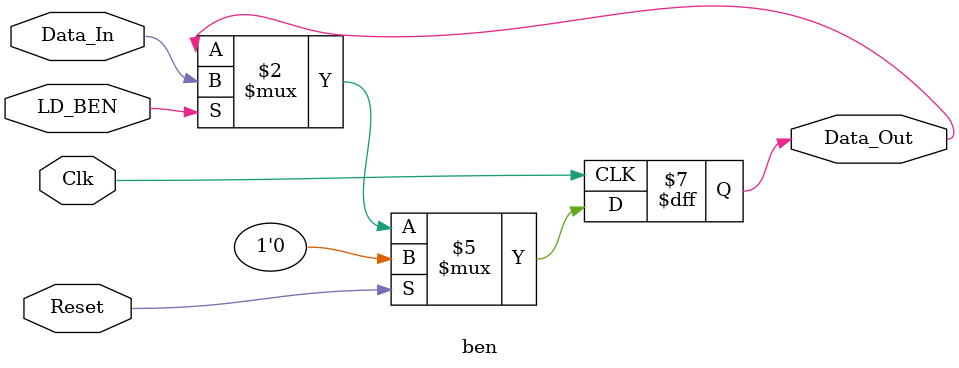
<source format=sv>
module sixteen_reg(input Clk, Reset, Load,
						  input [15:0] Data_In,
						  output logic [15:0] Data_Out);
						  
						  always_ff @ (posedge Clk)
						  begin
						  if(Reset)
								Data_Out <= {16{1'b0}};
						  else if (Load)
								Data_Out <= Data_In;
						  end

endmodule

module ten_reg(input Clk, Reset, Load,
						  input [9:0] Data_In,
						  output logic [9:0] Data_Out);
						  
						  always_ff @ (posedge Clk)
						  begin
						  if(Reset)
								Data_Out <= {9{1'b0}};
						  else if (Load)
								Data_Out <= Data_In;
						  end

endmodule

module nzp(input Clk, Reset, LD_CC,
			  input [15:0] BUS,
			  output logic [2:0] Data_Out);
			  
			  
			  logic [2:0] logic_out, NZP_OUT;
			  
			  always_comb begin
			  if(BUS == 16'b0)
				logic_out = 3'b010;
			  else if(BUS[15] == 1'b1)
				logic_out = 3'b100;
			  else
				logic_out = 3'b001;
			  end
			  
			  three_reg NZP(.Clk(Clk), .Reset(1'b0), .LD_CC(LD_CC),
							.Data_In(logic_out), .Data_Out(NZP_OUT));
							
			
				assign Data_Out = NZP_OUT;

							
endmodule



module three_reg(input Clk, Reset, LD_CC,
						input [2:0] Data_In,
						output logic [2:0] Data_Out);
				
	
	
	always_ff @ (posedge Clk)
	 begin
		if(Reset)
			Data_Out <= 3'b000;
		else if(LD_CC)
			Data_Out <= Data_In;
	end
											
						
endmodule



module ben(input Clk, Reset, LD_BEN,
			  input Data_In,
			  output logic Data_Out);
	
	always_ff @ (posedge Clk)
	 begin
		if(Reset)
			Data_Out <= 1'b0;
		else if(LD_BEN)
			Data_Out <= Data_In;
	end
	
endmodule


				
</source>
